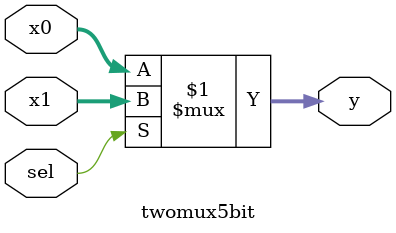
<source format=v>
module twomux5bit (
    input [4:0] x0, 
    input [4:0] x1, 
    input sel, 
    output [4:0] y
);
    assign y = sel ? x1 : x0;
endmodule

</source>
